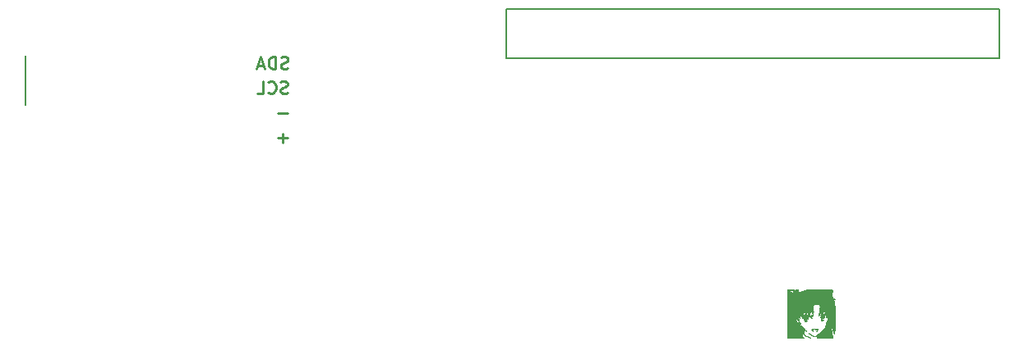
<source format=gbr>
G04 #@! TF.GenerationSoftware,KiCad,Pcbnew,(5.1.4)-1*
G04 #@! TF.CreationDate,2021-01-10T04:06:40-06:00*
G04 #@! TF.ProjectId,Navboard_hardware,4e617662-6f61-4726-945f-686172647761,rev?*
G04 #@! TF.SameCoordinates,Original*
G04 #@! TF.FileFunction,Legend,Bot*
G04 #@! TF.FilePolarity,Positive*
%FSLAX46Y46*%
G04 Gerber Fmt 4.6, Leading zero omitted, Abs format (unit mm)*
G04 Created by KiCad (PCBNEW (5.1.4)-1) date 2021-01-10 04:06:40*
%MOMM*%
%LPD*%
G04 APERTURE LIST*
%ADD10C,0.254000*%
%ADD11C,0.010000*%
%ADD12C,0.150000*%
G04 APERTURE END LIST*
D10*
X105809142Y-44456047D02*
X105627714Y-44516523D01*
X105325333Y-44516523D01*
X105204380Y-44456047D01*
X105143904Y-44395571D01*
X105083428Y-44274619D01*
X105083428Y-44153666D01*
X105143904Y-44032714D01*
X105204380Y-43972238D01*
X105325333Y-43911761D01*
X105567238Y-43851285D01*
X105688190Y-43790809D01*
X105748666Y-43730333D01*
X105809142Y-43609380D01*
X105809142Y-43488428D01*
X105748666Y-43367476D01*
X105688190Y-43307000D01*
X105567238Y-43246523D01*
X105264857Y-43246523D01*
X105083428Y-43307000D01*
X104539142Y-44516523D02*
X104539142Y-43246523D01*
X104236761Y-43246523D01*
X104055333Y-43307000D01*
X103934380Y-43427952D01*
X103873904Y-43548904D01*
X103813428Y-43790809D01*
X103813428Y-43972238D01*
X103873904Y-44214142D01*
X103934380Y-44335095D01*
X104055333Y-44456047D01*
X104236761Y-44516523D01*
X104539142Y-44516523D01*
X103329619Y-44153666D02*
X102724857Y-44153666D01*
X103450571Y-44516523D02*
X103027238Y-43246523D01*
X102603904Y-44516523D01*
X105778904Y-46996047D02*
X105597476Y-47056523D01*
X105295095Y-47056523D01*
X105174142Y-46996047D01*
X105113666Y-46935571D01*
X105053190Y-46814619D01*
X105053190Y-46693666D01*
X105113666Y-46572714D01*
X105174142Y-46512238D01*
X105295095Y-46451761D01*
X105537000Y-46391285D01*
X105657952Y-46330809D01*
X105718428Y-46270333D01*
X105778904Y-46149380D01*
X105778904Y-46028428D01*
X105718428Y-45907476D01*
X105657952Y-45847000D01*
X105537000Y-45786523D01*
X105234619Y-45786523D01*
X105053190Y-45847000D01*
X103783190Y-46935571D02*
X103843666Y-46996047D01*
X104025095Y-47056523D01*
X104146047Y-47056523D01*
X104327476Y-46996047D01*
X104448428Y-46875095D01*
X104508904Y-46754142D01*
X104569380Y-46512238D01*
X104569380Y-46330809D01*
X104508904Y-46088904D01*
X104448428Y-45967952D01*
X104327476Y-45847000D01*
X104146047Y-45786523D01*
X104025095Y-45786523D01*
X103843666Y-45847000D01*
X103783190Y-45907476D01*
X102634142Y-47056523D02*
X103238904Y-47056523D01*
X103238904Y-45786523D01*
X105766809Y-49112714D02*
X104799190Y-49112714D01*
X105766809Y-51652714D02*
X104799190Y-51652714D01*
X105283000Y-52136523D02*
X105283000Y-51168904D01*
D11*
G36*
X161103008Y-69267488D02*
G01*
X161100857Y-69269452D01*
X161079863Y-69316225D01*
X161081472Y-69345652D01*
X161092246Y-69371388D01*
X161096554Y-69363127D01*
X161107141Y-69314832D01*
X161115939Y-69286927D01*
X161122548Y-69256460D01*
X161103008Y-69267488D01*
X161103008Y-69267488D01*
G37*
X161103008Y-69267488D02*
X161100857Y-69269452D01*
X161079863Y-69316225D01*
X161081472Y-69345652D01*
X161092246Y-69371388D01*
X161096554Y-69363127D01*
X161107141Y-69314832D01*
X161115939Y-69286927D01*
X161122548Y-69256460D01*
X161103008Y-69267488D01*
G36*
X161099500Y-69418200D02*
G01*
X161112200Y-69430900D01*
X161124900Y-69418200D01*
X161112200Y-69405500D01*
X161099500Y-69418200D01*
X161099500Y-69418200D01*
G37*
X161099500Y-69418200D02*
X161112200Y-69430900D01*
X161124900Y-69418200D01*
X161112200Y-69405500D01*
X161099500Y-69418200D01*
G36*
X161353500Y-69646800D02*
G01*
X161366200Y-69659500D01*
X161378900Y-69646800D01*
X161366200Y-69634100D01*
X161353500Y-69646800D01*
X161353500Y-69646800D01*
G37*
X161353500Y-69646800D02*
X161366200Y-69659500D01*
X161378900Y-69646800D01*
X161366200Y-69634100D01*
X161353500Y-69646800D01*
G36*
X161328100Y-69697600D02*
G01*
X161340800Y-69710300D01*
X161353500Y-69697600D01*
X161340800Y-69684900D01*
X161328100Y-69697600D01*
X161328100Y-69697600D01*
G37*
X161328100Y-69697600D02*
X161340800Y-69710300D01*
X161353500Y-69697600D01*
X161340800Y-69684900D01*
X161328100Y-69697600D01*
G36*
X161328100Y-69748400D02*
G01*
X161340800Y-69761100D01*
X161353500Y-69748400D01*
X161340800Y-69735700D01*
X161328100Y-69748400D01*
X161328100Y-69748400D01*
G37*
X161328100Y-69748400D02*
X161340800Y-69761100D01*
X161353500Y-69748400D01*
X161340800Y-69735700D01*
X161328100Y-69748400D01*
G36*
X158991300Y-69646800D02*
G01*
X159004000Y-69659500D01*
X159016700Y-69646800D01*
X159004000Y-69634100D01*
X158991300Y-69646800D01*
X158991300Y-69646800D01*
G37*
X158991300Y-69646800D02*
X159004000Y-69659500D01*
X159016700Y-69646800D01*
X159004000Y-69634100D01*
X158991300Y-69646800D01*
G36*
X161912300Y-67411600D02*
G01*
X161925000Y-67424300D01*
X161937700Y-67411600D01*
X161925000Y-67398900D01*
X161912300Y-67411600D01*
X161912300Y-67411600D01*
G37*
X161912300Y-67411600D02*
X161925000Y-67424300D01*
X161937700Y-67411600D01*
X161925000Y-67398900D01*
X161912300Y-67411600D01*
G36*
X161912300Y-67538600D02*
G01*
X161925000Y-67551300D01*
X161937700Y-67538600D01*
X161925000Y-67525900D01*
X161912300Y-67538600D01*
X161912300Y-67538600D01*
G37*
X161912300Y-67538600D02*
X161925000Y-67551300D01*
X161937700Y-67538600D01*
X161925000Y-67525900D01*
X161912300Y-67538600D01*
G36*
X159689800Y-69942470D02*
G01*
X159740600Y-69964300D01*
X159799941Y-69983096D01*
X159829500Y-69987525D01*
X159854783Y-69985203D01*
X159835933Y-69968497D01*
X159829500Y-69964300D01*
X159771831Y-69943820D01*
X159740600Y-69941074D01*
X159689800Y-69942470D01*
X159689800Y-69942470D01*
G37*
X159689800Y-69942470D02*
X159740600Y-69964300D01*
X159799941Y-69983096D01*
X159829500Y-69987525D01*
X159854783Y-69985203D01*
X159835933Y-69968497D01*
X159829500Y-69964300D01*
X159771831Y-69943820D01*
X159740600Y-69941074D01*
X159689800Y-69942470D01*
G36*
X159736367Y-70074366D02*
G01*
X159739854Y-70089466D01*
X159753300Y-70091300D01*
X159774208Y-70082006D01*
X159770234Y-70074366D01*
X159740090Y-70071326D01*
X159736367Y-70074366D01*
X159736367Y-70074366D01*
G37*
X159736367Y-70074366D02*
X159739854Y-70089466D01*
X159753300Y-70091300D01*
X159774208Y-70082006D01*
X159770234Y-70074366D01*
X159740090Y-70071326D01*
X159736367Y-70074366D01*
G36*
X160820100Y-70332600D02*
G01*
X160832800Y-70345300D01*
X160845500Y-70332600D01*
X160832800Y-70319900D01*
X160820100Y-70332600D01*
X160820100Y-70332600D01*
G37*
X160820100Y-70332600D02*
X160832800Y-70345300D01*
X160845500Y-70332600D01*
X160832800Y-70319900D01*
X160820100Y-70332600D01*
G36*
X159050567Y-70379166D02*
G01*
X159047527Y-70409310D01*
X159050567Y-70413033D01*
X159065667Y-70409546D01*
X159067500Y-70396100D01*
X159058207Y-70375192D01*
X159050567Y-70379166D01*
X159050567Y-70379166D01*
G37*
X159050567Y-70379166D02*
X159047527Y-70409310D01*
X159050567Y-70413033D01*
X159065667Y-70409546D01*
X159067500Y-70396100D01*
X159058207Y-70375192D01*
X159050567Y-70379166D01*
G36*
X158251827Y-70228883D02*
G01*
X158217538Y-70283155D01*
X158204465Y-70323906D01*
X158217500Y-70330292D01*
X158248676Y-70301082D01*
X158253894Y-70294500D01*
X158293064Y-70253463D01*
X158322390Y-70252634D01*
X158333920Y-70262061D01*
X158352236Y-70299347D01*
X158337119Y-70354474D01*
X158335987Y-70356979D01*
X158320944Y-70441979D01*
X158329986Y-70478318D01*
X158345747Y-70512517D01*
X158352534Y-70504098D01*
X158354690Y-70454749D01*
X158364019Y-70384117D01*
X158384348Y-70356076D01*
X158409778Y-70365310D01*
X158434407Y-70406504D01*
X158452336Y-70474342D01*
X158457900Y-70547723D01*
X158468710Y-70633756D01*
X158495300Y-70710705D01*
X158501062Y-70720843D01*
X158544224Y-70789800D01*
X158475762Y-70728316D01*
X158420926Y-70686958D01*
X158395385Y-70681422D01*
X158404682Y-70707292D01*
X158445759Y-70752224D01*
X158497177Y-70791004D01*
X158548452Y-70815998D01*
X158587019Y-70823502D01*
X158600313Y-70809809D01*
X158594982Y-70796226D01*
X158568082Y-70753684D01*
X158529072Y-70695780D01*
X158528728Y-70695282D01*
X158490770Y-70599119D01*
X158486658Y-70514628D01*
X158485130Y-70443311D01*
X158466505Y-70384802D01*
X158422831Y-70318982D01*
X158396092Y-70285523D01*
X158299754Y-70167954D01*
X158251827Y-70228883D01*
X158251827Y-70228883D01*
G37*
X158251827Y-70228883D02*
X158217538Y-70283155D01*
X158204465Y-70323906D01*
X158217500Y-70330292D01*
X158248676Y-70301082D01*
X158253894Y-70294500D01*
X158293064Y-70253463D01*
X158322390Y-70252634D01*
X158333920Y-70262061D01*
X158352236Y-70299347D01*
X158337119Y-70354474D01*
X158335987Y-70356979D01*
X158320944Y-70441979D01*
X158329986Y-70478318D01*
X158345747Y-70512517D01*
X158352534Y-70504098D01*
X158354690Y-70454749D01*
X158364019Y-70384117D01*
X158384348Y-70356076D01*
X158409778Y-70365310D01*
X158434407Y-70406504D01*
X158452336Y-70474342D01*
X158457900Y-70547723D01*
X158468710Y-70633756D01*
X158495300Y-70710705D01*
X158501062Y-70720843D01*
X158544224Y-70789800D01*
X158475762Y-70728316D01*
X158420926Y-70686958D01*
X158395385Y-70681422D01*
X158404682Y-70707292D01*
X158445759Y-70752224D01*
X158497177Y-70791004D01*
X158548452Y-70815998D01*
X158587019Y-70823502D01*
X158600313Y-70809809D01*
X158594982Y-70796226D01*
X158568082Y-70753684D01*
X158529072Y-70695780D01*
X158528728Y-70695282D01*
X158490770Y-70599119D01*
X158486658Y-70514628D01*
X158485130Y-70443311D01*
X158466505Y-70384802D01*
X158422831Y-70318982D01*
X158396092Y-70285523D01*
X158299754Y-70167954D01*
X158251827Y-70228883D01*
G36*
X160134300Y-71399400D02*
G01*
X160147000Y-71412100D01*
X160159700Y-71399400D01*
X160147000Y-71386700D01*
X160134300Y-71399400D01*
X160134300Y-71399400D01*
G37*
X160134300Y-71399400D02*
X160147000Y-71412100D01*
X160159700Y-71399400D01*
X160147000Y-71386700D01*
X160134300Y-71399400D01*
G36*
X160210500Y-71399400D02*
G01*
X160223200Y-71412100D01*
X160235900Y-71399400D01*
X160223200Y-71386700D01*
X160210500Y-71399400D01*
X160210500Y-71399400D01*
G37*
X160210500Y-71399400D02*
X160223200Y-71412100D01*
X160235900Y-71399400D01*
X160223200Y-71386700D01*
X160210500Y-71399400D01*
G36*
X159880300Y-71450200D02*
G01*
X159893000Y-71462900D01*
X159905700Y-71450200D01*
X159893000Y-71437500D01*
X159880300Y-71450200D01*
X159880300Y-71450200D01*
G37*
X159880300Y-71450200D02*
X159893000Y-71462900D01*
X159905700Y-71450200D01*
X159893000Y-71437500D01*
X159880300Y-71450200D01*
G36*
X160261300Y-71475600D02*
G01*
X160274000Y-71488300D01*
X160286700Y-71475600D01*
X160274000Y-71462900D01*
X160261300Y-71475600D01*
X160261300Y-71475600D01*
G37*
X160261300Y-71475600D02*
X160274000Y-71488300D01*
X160286700Y-71475600D01*
X160274000Y-71462900D01*
X160261300Y-71475600D01*
G36*
X160027163Y-71330651D02*
G01*
X159932483Y-71347828D01*
X159847735Y-71369609D01*
X159790384Y-71392621D01*
X159780357Y-71400000D01*
X159757663Y-71433112D01*
X159764964Y-71473189D01*
X159779352Y-71502217D01*
X159823352Y-71561052D01*
X159866595Y-71596025D01*
X159901700Y-71612407D01*
X159897877Y-71599294D01*
X159884464Y-71582471D01*
X159863704Y-71538236D01*
X159866733Y-71515103D01*
X159863950Y-71499443D01*
X159843520Y-71504008D01*
X159810082Y-71505913D01*
X159811682Y-71476002D01*
X159840767Y-71429360D01*
X159856924Y-71419380D01*
X159825406Y-71419380D01*
X159819226Y-71433575D01*
X159793651Y-71460843D01*
X159778948Y-71455249D01*
X159778700Y-71451699D01*
X159796742Y-71430215D01*
X159808025Y-71422374D01*
X159825406Y-71419380D01*
X159856924Y-71419380D01*
X159879450Y-71405467D01*
X159948090Y-71385227D01*
X160032955Y-71370106D01*
X160120312Y-71361567D01*
X160196430Y-71361074D01*
X160247575Y-71370090D01*
X160261300Y-71384532D01*
X160274988Y-71404098D01*
X160284039Y-71401044D01*
X160311298Y-71407307D01*
X160320223Y-71422029D01*
X160315392Y-71469053D01*
X160281954Y-71531602D01*
X160230028Y-71592327D01*
X160211666Y-71608142D01*
X160189125Y-71633167D01*
X160194439Y-71639892D01*
X160223267Y-71623718D01*
X160274045Y-71581237D01*
X160315089Y-71542088D01*
X160384168Y-71464290D01*
X160410272Y-71409301D01*
X160393473Y-71372956D01*
X160333845Y-71351089D01*
X160318450Y-71348350D01*
X160242419Y-71335647D01*
X160181841Y-71324652D01*
X160176463Y-71323579D01*
X160114311Y-71321444D01*
X160027163Y-71330651D01*
X160027163Y-71330651D01*
G37*
X160027163Y-71330651D02*
X159932483Y-71347828D01*
X159847735Y-71369609D01*
X159790384Y-71392621D01*
X159780357Y-71400000D01*
X159757663Y-71433112D01*
X159764964Y-71473189D01*
X159779352Y-71502217D01*
X159823352Y-71561052D01*
X159866595Y-71596025D01*
X159901700Y-71612407D01*
X159897877Y-71599294D01*
X159884464Y-71582471D01*
X159863704Y-71538236D01*
X159866733Y-71515103D01*
X159863950Y-71499443D01*
X159843520Y-71504008D01*
X159810082Y-71505913D01*
X159811682Y-71476002D01*
X159840767Y-71429360D01*
X159856924Y-71419380D01*
X159825406Y-71419380D01*
X159819226Y-71433575D01*
X159793651Y-71460843D01*
X159778948Y-71455249D01*
X159778700Y-71451699D01*
X159796742Y-71430215D01*
X159808025Y-71422374D01*
X159825406Y-71419380D01*
X159856924Y-71419380D01*
X159879450Y-71405467D01*
X159948090Y-71385227D01*
X160032955Y-71370106D01*
X160120312Y-71361567D01*
X160196430Y-71361074D01*
X160247575Y-71370090D01*
X160261300Y-71384532D01*
X160274988Y-71404098D01*
X160284039Y-71401044D01*
X160311298Y-71407307D01*
X160320223Y-71422029D01*
X160315392Y-71469053D01*
X160281954Y-71531602D01*
X160230028Y-71592327D01*
X160211666Y-71608142D01*
X160189125Y-71633167D01*
X160194439Y-71639892D01*
X160223267Y-71623718D01*
X160274045Y-71581237D01*
X160315089Y-71542088D01*
X160384168Y-71464290D01*
X160410272Y-71409301D01*
X160393473Y-71372956D01*
X160333845Y-71351089D01*
X160318450Y-71348350D01*
X160242419Y-71335647D01*
X160181841Y-71324652D01*
X160176463Y-71323579D01*
X160114311Y-71321444D01*
X160027163Y-71330651D01*
G36*
X160422425Y-72096632D02*
G01*
X160414176Y-72150289D01*
X160413700Y-72172600D01*
X160415386Y-72243076D01*
X160422726Y-72271514D01*
X160439145Y-72266631D01*
X160447567Y-72258766D01*
X160461987Y-72218675D01*
X160463191Y-72158688D01*
X160452452Y-72104879D01*
X160439100Y-72085200D01*
X160422425Y-72096632D01*
X160422425Y-72096632D01*
G37*
X160422425Y-72096632D02*
X160414176Y-72150289D01*
X160413700Y-72172600D01*
X160415386Y-72243076D01*
X160422726Y-72271514D01*
X160439145Y-72266631D01*
X160447567Y-72258766D01*
X160461987Y-72218675D01*
X160463191Y-72158688D01*
X160452452Y-72104879D01*
X160439100Y-72085200D01*
X160422425Y-72096632D01*
G36*
X160089528Y-67323043D02*
G01*
X159801626Y-67324096D01*
X159560868Y-67325894D01*
X159365429Y-67328473D01*
X159213483Y-67331868D01*
X159103205Y-67336113D01*
X159032768Y-67341244D01*
X159000348Y-67347296D01*
X158997650Y-67350235D01*
X158978501Y-67370980D01*
X158921951Y-67402420D01*
X158838703Y-67438913D01*
X158804151Y-67452242D01*
X158701047Y-67493543D01*
X158608139Y-67535797D01*
X158542499Y-67571128D01*
X158533530Y-67577106D01*
X158482925Y-67611062D01*
X158453030Y-67627271D01*
X158451651Y-67627500D01*
X158439159Y-67605263D01*
X158417588Y-67547277D01*
X158394400Y-67475100D01*
X158348257Y-67322700D01*
X158190277Y-67322700D01*
X158098964Y-67325392D01*
X158043307Y-67336357D01*
X158008315Y-67359923D01*
X157992431Y-67379849D01*
X157952565Y-67437000D01*
X157951233Y-67379850D01*
X157949096Y-67357264D01*
X157938674Y-67341584D01*
X157912101Y-67331549D01*
X157861510Y-67325900D01*
X157779034Y-67323377D01*
X157656805Y-67322721D01*
X157594300Y-67322700D01*
X157238700Y-67322700D01*
X157238700Y-67672190D01*
X157239233Y-67812662D01*
X157241600Y-67910973D01*
X157246961Y-67975757D01*
X157256470Y-68015649D01*
X157271287Y-68039282D01*
X157289809Y-68053597D01*
X157340917Y-68085515D01*
X157289809Y-68185695D01*
X157280449Y-68205211D01*
X157272307Y-68226885D01*
X157265298Y-68254195D01*
X157259338Y-68290620D01*
X157254341Y-68339640D01*
X157250223Y-68404734D01*
X157246899Y-68489380D01*
X157244284Y-68597058D01*
X157242293Y-68731246D01*
X157240841Y-68895423D01*
X157239844Y-69093070D01*
X157239216Y-69327663D01*
X157238873Y-69602684D01*
X157238729Y-69921609D01*
X157238700Y-70280788D01*
X157238700Y-72275700D01*
X158978600Y-72273454D01*
X158882068Y-72222512D01*
X158818680Y-72182511D01*
X158777093Y-72144188D01*
X158771212Y-72134243D01*
X158762616Y-72072233D01*
X158767276Y-71982698D01*
X158782205Y-71883566D01*
X158804413Y-71792767D01*
X158830910Y-71728230D01*
X158841165Y-71714635D01*
X158888944Y-71674535D01*
X158915671Y-71676502D01*
X158926607Y-71723759D01*
X158927800Y-71767700D01*
X158923573Y-71831339D01*
X158913012Y-71866719D01*
X158908750Y-71869300D01*
X158894296Y-71847573D01*
X158889700Y-71807299D01*
X158880335Y-71753517D01*
X158864300Y-71729600D01*
X158845747Y-71738896D01*
X158838900Y-71782833D01*
X158863960Y-71861816D01*
X158938383Y-71945446D01*
X159061038Y-72032815D01*
X159230794Y-72123017D01*
X159305987Y-72157222D01*
X159417087Y-72204193D01*
X159514206Y-72242154D01*
X159586231Y-72266955D01*
X159620459Y-72274596D01*
X159618924Y-72265485D01*
X159577994Y-72242005D01*
X159505555Y-72208366D01*
X159461200Y-72189555D01*
X159343108Y-72137341D01*
X159220771Y-72077757D01*
X159118719Y-72022808D01*
X159109759Y-72017546D01*
X158961517Y-71929474D01*
X158957359Y-71646217D01*
X158953200Y-71362961D01*
X159073850Y-71481825D01*
X159133996Y-71537699D01*
X159177226Y-71571404D01*
X159194478Y-71575912D01*
X159194500Y-71575450D01*
X159177481Y-71547220D01*
X159132117Y-71493856D01*
X159066948Y-71425154D01*
X159040335Y-71398604D01*
X158954143Y-71309704D01*
X158869612Y-71215655D01*
X158803484Y-71135171D01*
X158797421Y-71127098D01*
X158714277Y-71034874D01*
X158631537Y-70986275D01*
X158619591Y-70982599D01*
X158528213Y-70940423D01*
X158425485Y-70867145D01*
X158325605Y-70775574D01*
X158242772Y-70678516D01*
X158196042Y-70600531D01*
X158165604Y-70504574D01*
X158149759Y-70395538D01*
X158147597Y-70284543D01*
X158158205Y-70182709D01*
X158180674Y-70101155D01*
X158214091Y-70051000D01*
X158241939Y-70040500D01*
X158280878Y-70056783D01*
X158340827Y-70098889D01*
X158391459Y-70142100D01*
X158453013Y-70196500D01*
X158499586Y-70233371D01*
X158517891Y-70243700D01*
X158531940Y-70222755D01*
X158533710Y-70173812D01*
X158524920Y-70117702D01*
X158507293Y-70075258D01*
X158503621Y-70070980D01*
X158485949Y-70045811D01*
X158503621Y-70040500D01*
X158532207Y-70057108D01*
X158534100Y-70065900D01*
X158553429Y-70090561D01*
X158559500Y-70091300D01*
X158572926Y-70068084D01*
X158582064Y-70007078D01*
X158584900Y-69933820D01*
X158587974Y-69846498D01*
X158598230Y-69807510D01*
X158617222Y-69817070D01*
X158646503Y-69875391D01*
X158674228Y-69946079D01*
X158713398Y-70037624D01*
X158744607Y-70079647D01*
X158768457Y-70072699D01*
X158780073Y-70043055D01*
X158811195Y-69999738D01*
X158860913Y-69989794D01*
X158927800Y-69989889D01*
X158848022Y-70038536D01*
X158779543Y-70085905D01*
X158754910Y-70125725D01*
X158771697Y-70171413D01*
X158814731Y-70222736D01*
X158862096Y-70272854D01*
X158882454Y-70287583D01*
X158883119Y-70268981D01*
X158876489Y-70240120D01*
X158873298Y-70183310D01*
X158887642Y-70156071D01*
X158907225Y-70164887D01*
X158915012Y-70220378D01*
X158915100Y-70229777D01*
X158929025Y-70321202D01*
X158964985Y-70423123D01*
X159014264Y-70516203D01*
X159068142Y-70581102D01*
X159076313Y-70587373D01*
X159119515Y-70607860D01*
X159171965Y-70621326D01*
X159217843Y-70625769D01*
X159241331Y-70619181D01*
X159236778Y-70607711D01*
X159238230Y-70578512D01*
X159259600Y-70546732D01*
X159282004Y-70506993D01*
X159275233Y-70487801D01*
X159241530Y-70492017D01*
X159219668Y-70510679D01*
X159165216Y-70545817D01*
X159105600Y-70533791D01*
X159048603Y-70476558D01*
X159041822Y-70465950D01*
X159003677Y-70398426D01*
X158994807Y-70364236D01*
X159014768Y-70355512D01*
X159035750Y-70358304D01*
X159093555Y-70366949D01*
X159113450Y-70368756D01*
X159135990Y-70382567D01*
X159133617Y-70391866D01*
X159140939Y-70410749D01*
X159155096Y-70413033D01*
X159179320Y-70395879D01*
X159177647Y-70381735D01*
X159179792Y-70344181D01*
X159214368Y-70331190D01*
X159267570Y-70346280D01*
X159282418Y-70355020D01*
X159321411Y-70377492D01*
X159341600Y-70370858D01*
X159354043Y-70326421D01*
X159359641Y-70294261D01*
X159366432Y-70205758D01*
X159360611Y-70122129D01*
X159358987Y-70113908D01*
X159341396Y-70033813D01*
X159439398Y-70051960D01*
X159512936Y-70077411D01*
X159602545Y-70124647D01*
X159669661Y-70169603D01*
X159756122Y-70231996D01*
X159806019Y-70261902D01*
X159818707Y-70259314D01*
X159793542Y-70224225D01*
X159743426Y-70170393D01*
X159687383Y-70106101D01*
X159672134Y-70069360D01*
X159681121Y-70060242D01*
X159681746Y-70046560D01*
X159642990Y-70025700D01*
X159618967Y-70016954D01*
X159554471Y-69988445D01*
X159533280Y-69957224D01*
X159534090Y-69951051D01*
X159469484Y-69951051D01*
X159452542Y-69961244D01*
X159400666Y-69956707D01*
X159369773Y-69951864D01*
X159297312Y-69936816D01*
X159247135Y-69920464D01*
X159237830Y-69914845D01*
X159234195Y-69891633D01*
X159170672Y-69891633D01*
X159167844Y-69932176D01*
X159143266Y-69930010D01*
X159109229Y-69900800D01*
X159066480Y-69867374D01*
X159045990Y-69870177D01*
X159050772Y-69899461D01*
X159047684Y-69923308D01*
X159009646Y-69937256D01*
X158945540Y-69943911D01*
X158874037Y-69947971D01*
X158827894Y-69949556D01*
X158819559Y-69949191D01*
X158825860Y-69926698D01*
X158848531Y-69869232D01*
X158883047Y-69788126D01*
X158892205Y-69767272D01*
X158948887Y-69654053D01*
X158997460Y-69589795D01*
X159023905Y-69574056D01*
X159086617Y-69570516D01*
X159115459Y-69603503D01*
X159118300Y-69630063D01*
X159124466Y-69678763D01*
X159140235Y-69755403D01*
X159152680Y-69806364D01*
X159170672Y-69891633D01*
X159234195Y-69891633D01*
X159232979Y-69883868D01*
X159235715Y-69818933D01*
X159244051Y-69735970D01*
X159256002Y-69650911D01*
X159269580Y-69579686D01*
X159282798Y-69538227D01*
X159285209Y-69534925D01*
X159308081Y-69536814D01*
X159337856Y-69583544D01*
X159375736Y-69677239D01*
X159391631Y-69723000D01*
X159421939Y-69811373D01*
X159448289Y-69885594D01*
X159462282Y-69922728D01*
X159469484Y-69951051D01*
X159534090Y-69951051D01*
X159535153Y-69942955D01*
X159546873Y-69898454D01*
X159566168Y-69820528D01*
X159589072Y-69725221D01*
X159591403Y-69715373D01*
X159614531Y-69621148D01*
X159633023Y-69566410D01*
X159653721Y-69541158D01*
X159683468Y-69535394D01*
X159713080Y-69537573D01*
X159756016Y-69545495D01*
X159784463Y-69566657D01*
X159806773Y-69612718D01*
X159831298Y-69695338D01*
X159834453Y-69707023D01*
X159864934Y-69812394D01*
X159886255Y-69868224D01*
X159898233Y-69874443D01*
X159900685Y-69830981D01*
X159893426Y-69737770D01*
X159892509Y-69728997D01*
X159883923Y-69638710D01*
X159883530Y-69588937D01*
X159893192Y-69569784D01*
X159914771Y-69571361D01*
X159921754Y-69573664D01*
X159953758Y-69583345D01*
X159945748Y-69572247D01*
X159920783Y-69552406D01*
X159897295Y-69528790D01*
X159886739Y-69501360D01*
X159769973Y-69501360D01*
X159738066Y-69501234D01*
X159706318Y-69484596D01*
X159686542Y-69461386D01*
X159688578Y-69452066D01*
X159092900Y-69452066D01*
X159076944Y-69497653D01*
X159051690Y-69507100D01*
X159024664Y-69501228D01*
X159035340Y-69475008D01*
X159044503Y-69462650D01*
X159074690Y-69422729D01*
X159085713Y-69407616D01*
X159091324Y-69420090D01*
X159092900Y-69452066D01*
X159688578Y-69452066D01*
X159693202Y-69430900D01*
X159321500Y-69430900D01*
X159312207Y-69451807D01*
X159304567Y-69447833D01*
X159301527Y-69417689D01*
X159304567Y-69413966D01*
X159319667Y-69417453D01*
X159321500Y-69430900D01*
X159693202Y-69430900D01*
X159694929Y-69422999D01*
X159711651Y-69389735D01*
X159738390Y-69344176D01*
X159749673Y-69341187D01*
X159752284Y-69371672D01*
X159760210Y-69436353D01*
X159768718Y-69466922D01*
X159769973Y-69501360D01*
X159886739Y-69501360D01*
X159884582Y-69495755D01*
X159881160Y-69441368D01*
X159885546Y-69353698D01*
X159889581Y-69301339D01*
X159903041Y-69139480D01*
X159914570Y-69021400D01*
X159925938Y-68940215D01*
X159938913Y-68889038D01*
X159955263Y-68860983D01*
X159976756Y-68849166D01*
X160005161Y-68846701D01*
X160006339Y-68846699D01*
X160063505Y-68840826D01*
X160092485Y-68829249D01*
X160138137Y-68810633D01*
X160201208Y-68808668D01*
X160250836Y-68824212D01*
X160251623Y-68824821D01*
X160305347Y-68840191D01*
X160374569Y-68828445D01*
X160407350Y-68812716D01*
X160435076Y-68808439D01*
X160439100Y-68818232D01*
X160460832Y-68835147D01*
X160507999Y-68838781D01*
X160549483Y-68840219D01*
X160573458Y-68860126D01*
X160588983Y-68910804D01*
X160597994Y-68961000D01*
X160609940Y-69104895D01*
X160606045Y-69283698D01*
X160587578Y-69484485D01*
X160555803Y-69694331D01*
X160511988Y-69900312D01*
X160502156Y-69938900D01*
X160496518Y-69976456D01*
X160511070Y-69968341D01*
X160545288Y-69915270D01*
X160598645Y-69817954D01*
X160616700Y-69783346D01*
X160674562Y-69682624D01*
X160718666Y-69630783D01*
X160749045Y-69627811D01*
X160765737Y-69673698D01*
X160769300Y-69737294D01*
X160763141Y-69825393D01*
X160743419Y-69870984D01*
X160731200Y-69878914D01*
X160697600Y-69903408D01*
X160693100Y-69915420D01*
X160712238Y-69926050D01*
X160737482Y-69920275D01*
X160764757Y-69912694D01*
X160763961Y-69927874D01*
X160734847Y-69974999D01*
X160710960Y-70017571D01*
X160711787Y-70031414D01*
X160715575Y-70029608D01*
X160732870Y-70030597D01*
X160728192Y-70051880D01*
X160706562Y-70086213D01*
X160696493Y-70091300D01*
X160672506Y-70110536D01*
X160645423Y-70148450D01*
X160625454Y-70184862D01*
X160633922Y-70183358D01*
X160644393Y-70173850D01*
X160684028Y-70145828D01*
X160707233Y-70157506D01*
X160717480Y-70213028D01*
X160718847Y-70262750D01*
X160724324Y-70379267D01*
X160742176Y-70454639D01*
X160775748Y-70497710D01*
X160813937Y-70514310D01*
X160871713Y-70514980D01*
X160918835Y-70475955D01*
X160923464Y-70469961D01*
X160954933Y-70418489D01*
X160952925Y-70397995D01*
X160920407Y-70413701D01*
X160900806Y-70430122D01*
X160841889Y-70467886D01*
X160796784Y-70458428D01*
X160770194Y-70423169D01*
X160748104Y-70370829D01*
X160756609Y-70334982D01*
X160802466Y-70300440D01*
X160832150Y-70283926D01*
X160894414Y-70255149D01*
X160933845Y-70253570D01*
X160961086Y-70270167D01*
X161003417Y-70287163D01*
X161030904Y-70255844D01*
X161043421Y-70176513D01*
X161042236Y-70072250D01*
X161033593Y-69913500D01*
X161143565Y-69913500D01*
X161216826Y-69918371D01*
X161256106Y-69937709D01*
X161274877Y-69970650D01*
X161282856Y-70040811D01*
X161273348Y-70088472D01*
X161258001Y-70144274D01*
X161265488Y-70159305D01*
X161289606Y-70134479D01*
X161319016Y-70081744D01*
X161351162Y-70023728D01*
X161377545Y-69991826D01*
X161382808Y-69989700D01*
X161392203Y-69970661D01*
X161386756Y-69948134D01*
X161385063Y-69917652D01*
X161406603Y-69918358D01*
X161434867Y-69953224D01*
X161446045Y-70028961D01*
X161441244Y-70139010D01*
X161421573Y-70276811D01*
X161388139Y-70435807D01*
X161342049Y-70609436D01*
X161284411Y-70791140D01*
X161237333Y-70920808D01*
X161181943Y-71054101D01*
X161121621Y-71172460D01*
X161050601Y-71282864D01*
X160963116Y-71392292D01*
X160853400Y-71507723D01*
X160715687Y-71636135D01*
X160544209Y-71784507D01*
X160477200Y-71840732D01*
X160351842Y-71945285D01*
X160258812Y-72021276D01*
X160191088Y-72072272D01*
X160141651Y-72101840D01*
X160103479Y-72113549D01*
X160069551Y-72110966D01*
X160032847Y-72097657D01*
X160000104Y-72083149D01*
X159925947Y-72047235D01*
X159827544Y-71995231D01*
X159724110Y-71937347D01*
X159706752Y-71927273D01*
X159607589Y-71870785D01*
X159538616Y-71834399D01*
X159503178Y-71819495D01*
X159504621Y-71827455D01*
X159546289Y-71859662D01*
X159550799Y-71862860D01*
X159648951Y-71925672D01*
X159792540Y-72007475D01*
X159957490Y-72095725D01*
X160047350Y-72138050D01*
X160112625Y-72150471D01*
X160171158Y-72131024D01*
X160240788Y-72077747D01*
X160257816Y-72062681D01*
X160317832Y-72009000D01*
X160299883Y-72142350D01*
X160290977Y-72229732D01*
X160292911Y-72269069D01*
X160303531Y-72261427D01*
X160320682Y-72207871D01*
X160339649Y-72122681D01*
X160358515Y-72040132D01*
X160377193Y-71979884D01*
X160389497Y-71957460D01*
X160416427Y-71967479D01*
X160457884Y-72009251D01*
X160504196Y-72069862D01*
X160545694Y-72136398D01*
X160572706Y-72195946D01*
X160575511Y-72205850D01*
X160592468Y-72275700D01*
X161943208Y-72275700D01*
X161925647Y-72205850D01*
X161895071Y-72072348D01*
X161865248Y-71920685D01*
X161837260Y-71759088D01*
X161812191Y-71595781D01*
X161791123Y-71438992D01*
X161775141Y-71296946D01*
X161765326Y-71177869D01*
X161762763Y-71089989D01*
X161768534Y-71041530D01*
X161771652Y-71036281D01*
X161783187Y-71044437D01*
X161785300Y-71064785D01*
X161794334Y-71101307D01*
X161818893Y-71174894D01*
X161855163Y-71275637D01*
X161899329Y-71393627D01*
X161947578Y-71518954D01*
X161996097Y-71641709D01*
X162041070Y-71751982D01*
X162078684Y-71839864D01*
X162104722Y-71894700D01*
X162111717Y-71901564D01*
X162117723Y-71892035D01*
X162122813Y-71862849D01*
X162127061Y-71810740D01*
X162130539Y-71732446D01*
X162133321Y-71624702D01*
X162135479Y-71484245D01*
X162137088Y-71307810D01*
X162138220Y-71092133D01*
X162138948Y-70833951D01*
X162139345Y-70529999D01*
X162139441Y-70357449D01*
X161474102Y-70357449D01*
X161470552Y-70405196D01*
X161470201Y-70408800D01*
X161458518Y-70481454D01*
X161439991Y-70552787D01*
X161419070Y-70610285D01*
X161400202Y-70641431D01*
X161388937Y-70637400D01*
X161391530Y-70601523D01*
X161407576Y-70533466D01*
X161429894Y-70459600D01*
X161456353Y-70381399D01*
X161470229Y-70348433D01*
X161474102Y-70357449D01*
X162139441Y-70357449D01*
X162139448Y-70345300D01*
X162139498Y-70017516D01*
X162139415Y-69888100D01*
X161439883Y-69888100D01*
X161414487Y-69880358D01*
X161393678Y-69872682D01*
X161358643Y-69841121D01*
X161353500Y-69821882D01*
X161332487Y-69792620D01*
X161305694Y-69786500D01*
X161276537Y-69782105D01*
X161276046Y-69780306D01*
X161175700Y-69780306D01*
X161022761Y-69837501D01*
X160941519Y-69870360D01*
X160881055Y-69899429D01*
X160856162Y-69916798D01*
X160826500Y-69938525D01*
X160822624Y-69938900D01*
X160823967Y-69918223D01*
X160844964Y-69863200D01*
X160881421Y-69784338D01*
X160895658Y-69755805D01*
X160943565Y-69664409D01*
X160979257Y-69609083D01*
X161012276Y-69579994D01*
X161052161Y-69567307D01*
X161082136Y-69563594D01*
X161175700Y-69554478D01*
X161175700Y-69780306D01*
X161276046Y-69780306D01*
X161270489Y-69759946D01*
X161285420Y-69706556D01*
X161290632Y-69691250D01*
X161323207Y-69620448D01*
X161354374Y-69600173D01*
X161383470Y-69630156D01*
X161409828Y-69710130D01*
X161416748Y-69742050D01*
X161431344Y-69819811D01*
X161439505Y-69872787D01*
X161439883Y-69888100D01*
X162139415Y-69888100D01*
X162139316Y-69736394D01*
X162138790Y-69497797D01*
X162138788Y-69497260D01*
X161370169Y-69497260D01*
X161366200Y-69507100D01*
X161343376Y-69531331D01*
X161339301Y-69532500D01*
X161328392Y-69512848D01*
X161328100Y-69507100D01*
X161334868Y-69498633D01*
X160768306Y-69498633D01*
X160760010Y-69557777D01*
X160738583Y-69589994D01*
X160737550Y-69590405D01*
X160707185Y-69597166D01*
X160701125Y-69580544D01*
X160718517Y-69531049D01*
X160729816Y-69504593D01*
X160767312Y-69418200D01*
X160768306Y-69498633D01*
X161334868Y-69498633D01*
X161338253Y-69494400D01*
X161154139Y-69494400D01*
X161074675Y-69497172D01*
X161019719Y-69491613D01*
X161005964Y-69471913D01*
X161006017Y-69471772D01*
X161016817Y-69433224D01*
X161033830Y-69361904D01*
X161049481Y-69291200D01*
X161073698Y-69192259D01*
X161095023Y-69131313D01*
X161111514Y-69111974D01*
X161121227Y-69137859D01*
X161122543Y-69155298D01*
X161126680Y-69214463D01*
X161134300Y-69300303D01*
X161139691Y-69354700D01*
X161154139Y-69494400D01*
X161338253Y-69494400D01*
X161347627Y-69482676D01*
X161355000Y-69481700D01*
X161370169Y-69497260D01*
X162138788Y-69497260D01*
X162137807Y-69297586D01*
X162136253Y-69131623D01*
X162134015Y-68995771D01*
X162130980Y-68885892D01*
X162127034Y-68797848D01*
X162122065Y-68727501D01*
X162115959Y-68670713D01*
X162108603Y-68623347D01*
X162099884Y-68581265D01*
X162090101Y-68541900D01*
X162062312Y-68434989D01*
X162047077Y-68367989D01*
X162044394Y-68331584D01*
X162054264Y-68316459D01*
X162076687Y-68313299D01*
X162090100Y-68313300D01*
X162133179Y-68300938D01*
X162136944Y-68269772D01*
X162104679Y-68228674D01*
X162044008Y-68188701D01*
X161949800Y-68115370D01*
X161900385Y-68035639D01*
X161864622Y-67965934D01*
X161830830Y-67915083D01*
X161821404Y-67905243D01*
X161803305Y-67876927D01*
X161810282Y-67831263D01*
X161825328Y-67791905D01*
X161844228Y-67719719D01*
X161855309Y-67631967D01*
X157845360Y-67631967D01*
X157840498Y-67666425D01*
X157816731Y-67677426D01*
X157791139Y-67678300D01*
X157733783Y-67659912D01*
X157674897Y-67600391D01*
X157659096Y-67578569D01*
X157597147Y-67507532D01*
X157525531Y-67450128D01*
X157503242Y-67437678D01*
X157447364Y-67408438D01*
X157417869Y-67387693D01*
X157416500Y-67385008D01*
X157439814Y-67379471D01*
X157501418Y-67375393D01*
X157588807Y-67373539D01*
X157604283Y-67373500D01*
X157705414Y-67374701D01*
X157767477Y-67384610D01*
X157802195Y-67412685D01*
X157821295Y-67468382D01*
X157836441Y-67560752D01*
X157845360Y-67631967D01*
X161855309Y-67631967D01*
X161857161Y-67617303D01*
X161861501Y-67514015D01*
X161861500Y-67322700D01*
X160426400Y-67322700D01*
X160089528Y-67323043D01*
X160089528Y-67323043D01*
G37*
X160089528Y-67323043D02*
X159801626Y-67324096D01*
X159560868Y-67325894D01*
X159365429Y-67328473D01*
X159213483Y-67331868D01*
X159103205Y-67336113D01*
X159032768Y-67341244D01*
X159000348Y-67347296D01*
X158997650Y-67350235D01*
X158978501Y-67370980D01*
X158921951Y-67402420D01*
X158838703Y-67438913D01*
X158804151Y-67452242D01*
X158701047Y-67493543D01*
X158608139Y-67535797D01*
X158542499Y-67571128D01*
X158533530Y-67577106D01*
X158482925Y-67611062D01*
X158453030Y-67627271D01*
X158451651Y-67627500D01*
X158439159Y-67605263D01*
X158417588Y-67547277D01*
X158394400Y-67475100D01*
X158348257Y-67322700D01*
X158190277Y-67322700D01*
X158098964Y-67325392D01*
X158043307Y-67336357D01*
X158008315Y-67359923D01*
X157992431Y-67379849D01*
X157952565Y-67437000D01*
X157951233Y-67379850D01*
X157949096Y-67357264D01*
X157938674Y-67341584D01*
X157912101Y-67331549D01*
X157861510Y-67325900D01*
X157779034Y-67323377D01*
X157656805Y-67322721D01*
X157594300Y-67322700D01*
X157238700Y-67322700D01*
X157238700Y-67672190D01*
X157239233Y-67812662D01*
X157241600Y-67910973D01*
X157246961Y-67975757D01*
X157256470Y-68015649D01*
X157271287Y-68039282D01*
X157289809Y-68053597D01*
X157340917Y-68085515D01*
X157289809Y-68185695D01*
X157280449Y-68205211D01*
X157272307Y-68226885D01*
X157265298Y-68254195D01*
X157259338Y-68290620D01*
X157254341Y-68339640D01*
X157250223Y-68404734D01*
X157246899Y-68489380D01*
X157244284Y-68597058D01*
X157242293Y-68731246D01*
X157240841Y-68895423D01*
X157239844Y-69093070D01*
X157239216Y-69327663D01*
X157238873Y-69602684D01*
X157238729Y-69921609D01*
X157238700Y-70280788D01*
X157238700Y-72275700D01*
X158978600Y-72273454D01*
X158882068Y-72222512D01*
X158818680Y-72182511D01*
X158777093Y-72144188D01*
X158771212Y-72134243D01*
X158762616Y-72072233D01*
X158767276Y-71982698D01*
X158782205Y-71883566D01*
X158804413Y-71792767D01*
X158830910Y-71728230D01*
X158841165Y-71714635D01*
X158888944Y-71674535D01*
X158915671Y-71676502D01*
X158926607Y-71723759D01*
X158927800Y-71767700D01*
X158923573Y-71831339D01*
X158913012Y-71866719D01*
X158908750Y-71869300D01*
X158894296Y-71847573D01*
X158889700Y-71807299D01*
X158880335Y-71753517D01*
X158864300Y-71729600D01*
X158845747Y-71738896D01*
X158838900Y-71782833D01*
X158863960Y-71861816D01*
X158938383Y-71945446D01*
X159061038Y-72032815D01*
X159230794Y-72123017D01*
X159305987Y-72157222D01*
X159417087Y-72204193D01*
X159514206Y-72242154D01*
X159586231Y-72266955D01*
X159620459Y-72274596D01*
X159618924Y-72265485D01*
X159577994Y-72242005D01*
X159505555Y-72208366D01*
X159461200Y-72189555D01*
X159343108Y-72137341D01*
X159220771Y-72077757D01*
X159118719Y-72022808D01*
X159109759Y-72017546D01*
X158961517Y-71929474D01*
X158957359Y-71646217D01*
X158953200Y-71362961D01*
X159073850Y-71481825D01*
X159133996Y-71537699D01*
X159177226Y-71571404D01*
X159194478Y-71575912D01*
X159194500Y-71575450D01*
X159177481Y-71547220D01*
X159132117Y-71493856D01*
X159066948Y-71425154D01*
X159040335Y-71398604D01*
X158954143Y-71309704D01*
X158869612Y-71215655D01*
X158803484Y-71135171D01*
X158797421Y-71127098D01*
X158714277Y-71034874D01*
X158631537Y-70986275D01*
X158619591Y-70982599D01*
X158528213Y-70940423D01*
X158425485Y-70867145D01*
X158325605Y-70775574D01*
X158242772Y-70678516D01*
X158196042Y-70600531D01*
X158165604Y-70504574D01*
X158149759Y-70395538D01*
X158147597Y-70284543D01*
X158158205Y-70182709D01*
X158180674Y-70101155D01*
X158214091Y-70051000D01*
X158241939Y-70040500D01*
X158280878Y-70056783D01*
X158340827Y-70098889D01*
X158391459Y-70142100D01*
X158453013Y-70196500D01*
X158499586Y-70233371D01*
X158517891Y-70243700D01*
X158531940Y-70222755D01*
X158533710Y-70173812D01*
X158524920Y-70117702D01*
X158507293Y-70075258D01*
X158503621Y-70070980D01*
X158485949Y-70045811D01*
X158503621Y-70040500D01*
X158532207Y-70057108D01*
X158534100Y-70065900D01*
X158553429Y-70090561D01*
X158559500Y-70091300D01*
X158572926Y-70068084D01*
X158582064Y-70007078D01*
X158584900Y-69933820D01*
X158587974Y-69846498D01*
X158598230Y-69807510D01*
X158617222Y-69817070D01*
X158646503Y-69875391D01*
X158674228Y-69946079D01*
X158713398Y-70037624D01*
X158744607Y-70079647D01*
X158768457Y-70072699D01*
X158780073Y-70043055D01*
X158811195Y-69999738D01*
X158860913Y-69989794D01*
X158927800Y-69989889D01*
X158848022Y-70038536D01*
X158779543Y-70085905D01*
X158754910Y-70125725D01*
X158771697Y-70171413D01*
X158814731Y-70222736D01*
X158862096Y-70272854D01*
X158882454Y-70287583D01*
X158883119Y-70268981D01*
X158876489Y-70240120D01*
X158873298Y-70183310D01*
X158887642Y-70156071D01*
X158907225Y-70164887D01*
X158915012Y-70220378D01*
X158915100Y-70229777D01*
X158929025Y-70321202D01*
X158964985Y-70423123D01*
X159014264Y-70516203D01*
X159068142Y-70581102D01*
X159076313Y-70587373D01*
X159119515Y-70607860D01*
X159171965Y-70621326D01*
X159217843Y-70625769D01*
X159241331Y-70619181D01*
X159236778Y-70607711D01*
X159238230Y-70578512D01*
X159259600Y-70546732D01*
X159282004Y-70506993D01*
X159275233Y-70487801D01*
X159241530Y-70492017D01*
X159219668Y-70510679D01*
X159165216Y-70545817D01*
X159105600Y-70533791D01*
X159048603Y-70476558D01*
X159041822Y-70465950D01*
X159003677Y-70398426D01*
X158994807Y-70364236D01*
X159014768Y-70355512D01*
X159035750Y-70358304D01*
X159093555Y-70366949D01*
X159113450Y-70368756D01*
X159135990Y-70382567D01*
X159133617Y-70391866D01*
X159140939Y-70410749D01*
X159155096Y-70413033D01*
X159179320Y-70395879D01*
X159177647Y-70381735D01*
X159179792Y-70344181D01*
X159214368Y-70331190D01*
X159267570Y-70346280D01*
X159282418Y-70355020D01*
X159321411Y-70377492D01*
X159341600Y-70370858D01*
X159354043Y-70326421D01*
X159359641Y-70294261D01*
X159366432Y-70205758D01*
X159360611Y-70122129D01*
X159358987Y-70113908D01*
X159341396Y-70033813D01*
X159439398Y-70051960D01*
X159512936Y-70077411D01*
X159602545Y-70124647D01*
X159669661Y-70169603D01*
X159756122Y-70231996D01*
X159806019Y-70261902D01*
X159818707Y-70259314D01*
X159793542Y-70224225D01*
X159743426Y-70170393D01*
X159687383Y-70106101D01*
X159672134Y-70069360D01*
X159681121Y-70060242D01*
X159681746Y-70046560D01*
X159642990Y-70025700D01*
X159618967Y-70016954D01*
X159554471Y-69988445D01*
X159533280Y-69957224D01*
X159534090Y-69951051D01*
X159469484Y-69951051D01*
X159452542Y-69961244D01*
X159400666Y-69956707D01*
X159369773Y-69951864D01*
X159297312Y-69936816D01*
X159247135Y-69920464D01*
X159237830Y-69914845D01*
X159234195Y-69891633D01*
X159170672Y-69891633D01*
X159167844Y-69932176D01*
X159143266Y-69930010D01*
X159109229Y-69900800D01*
X159066480Y-69867374D01*
X159045990Y-69870177D01*
X159050772Y-69899461D01*
X159047684Y-69923308D01*
X159009646Y-69937256D01*
X158945540Y-69943911D01*
X158874037Y-69947971D01*
X158827894Y-69949556D01*
X158819559Y-69949191D01*
X158825860Y-69926698D01*
X158848531Y-69869232D01*
X158883047Y-69788126D01*
X158892205Y-69767272D01*
X158948887Y-69654053D01*
X158997460Y-69589795D01*
X159023905Y-69574056D01*
X159086617Y-69570516D01*
X159115459Y-69603503D01*
X159118300Y-69630063D01*
X159124466Y-69678763D01*
X159140235Y-69755403D01*
X159152680Y-69806364D01*
X159170672Y-69891633D01*
X159234195Y-69891633D01*
X159232979Y-69883868D01*
X159235715Y-69818933D01*
X159244051Y-69735970D01*
X159256002Y-69650911D01*
X159269580Y-69579686D01*
X159282798Y-69538227D01*
X159285209Y-69534925D01*
X159308081Y-69536814D01*
X159337856Y-69583544D01*
X159375736Y-69677239D01*
X159391631Y-69723000D01*
X159421939Y-69811373D01*
X159448289Y-69885594D01*
X159462282Y-69922728D01*
X159469484Y-69951051D01*
X159534090Y-69951051D01*
X159535153Y-69942955D01*
X159546873Y-69898454D01*
X159566168Y-69820528D01*
X159589072Y-69725221D01*
X159591403Y-69715373D01*
X159614531Y-69621148D01*
X159633023Y-69566410D01*
X159653721Y-69541158D01*
X159683468Y-69535394D01*
X159713080Y-69537573D01*
X159756016Y-69545495D01*
X159784463Y-69566657D01*
X159806773Y-69612718D01*
X159831298Y-69695338D01*
X159834453Y-69707023D01*
X159864934Y-69812394D01*
X159886255Y-69868224D01*
X159898233Y-69874443D01*
X159900685Y-69830981D01*
X159893426Y-69737770D01*
X159892509Y-69728997D01*
X159883923Y-69638710D01*
X159883530Y-69588937D01*
X159893192Y-69569784D01*
X159914771Y-69571361D01*
X159921754Y-69573664D01*
X159953758Y-69583345D01*
X159945748Y-69572247D01*
X159920783Y-69552406D01*
X159897295Y-69528790D01*
X159886739Y-69501360D01*
X159769973Y-69501360D01*
X159738066Y-69501234D01*
X159706318Y-69484596D01*
X159686542Y-69461386D01*
X159688578Y-69452066D01*
X159092900Y-69452066D01*
X159076944Y-69497653D01*
X159051690Y-69507100D01*
X159024664Y-69501228D01*
X159035340Y-69475008D01*
X159044503Y-69462650D01*
X159074690Y-69422729D01*
X159085713Y-69407616D01*
X159091324Y-69420090D01*
X159092900Y-69452066D01*
X159688578Y-69452066D01*
X159693202Y-69430900D01*
X159321500Y-69430900D01*
X159312207Y-69451807D01*
X159304567Y-69447833D01*
X159301527Y-69417689D01*
X159304567Y-69413966D01*
X159319667Y-69417453D01*
X159321500Y-69430900D01*
X159693202Y-69430900D01*
X159694929Y-69422999D01*
X159711651Y-69389735D01*
X159738390Y-69344176D01*
X159749673Y-69341187D01*
X159752284Y-69371672D01*
X159760210Y-69436353D01*
X159768718Y-69466922D01*
X159769973Y-69501360D01*
X159886739Y-69501360D01*
X159884582Y-69495755D01*
X159881160Y-69441368D01*
X159885546Y-69353698D01*
X159889581Y-69301339D01*
X159903041Y-69139480D01*
X159914570Y-69021400D01*
X159925938Y-68940215D01*
X159938913Y-68889038D01*
X159955263Y-68860983D01*
X159976756Y-68849166D01*
X160005161Y-68846701D01*
X160006339Y-68846699D01*
X160063505Y-68840826D01*
X160092485Y-68829249D01*
X160138137Y-68810633D01*
X160201208Y-68808668D01*
X160250836Y-68824212D01*
X160251623Y-68824821D01*
X160305347Y-68840191D01*
X160374569Y-68828445D01*
X160407350Y-68812716D01*
X160435076Y-68808439D01*
X160439100Y-68818232D01*
X160460832Y-68835147D01*
X160507999Y-68838781D01*
X160549483Y-68840219D01*
X160573458Y-68860126D01*
X160588983Y-68910804D01*
X160597994Y-68961000D01*
X160609940Y-69104895D01*
X160606045Y-69283698D01*
X160587578Y-69484485D01*
X160555803Y-69694331D01*
X160511988Y-69900312D01*
X160502156Y-69938900D01*
X160496518Y-69976456D01*
X160511070Y-69968341D01*
X160545288Y-69915270D01*
X160598645Y-69817954D01*
X160616700Y-69783346D01*
X160674562Y-69682624D01*
X160718666Y-69630783D01*
X160749045Y-69627811D01*
X160765737Y-69673698D01*
X160769300Y-69737294D01*
X160763141Y-69825393D01*
X160743419Y-69870984D01*
X160731200Y-69878914D01*
X160697600Y-69903408D01*
X160693100Y-69915420D01*
X160712238Y-69926050D01*
X160737482Y-69920275D01*
X160764757Y-69912694D01*
X160763961Y-69927874D01*
X160734847Y-69974999D01*
X160710960Y-70017571D01*
X160711787Y-70031414D01*
X160715575Y-70029608D01*
X160732870Y-70030597D01*
X160728192Y-70051880D01*
X160706562Y-70086213D01*
X160696493Y-70091300D01*
X160672506Y-70110536D01*
X160645423Y-70148450D01*
X160625454Y-70184862D01*
X160633922Y-70183358D01*
X160644393Y-70173850D01*
X160684028Y-70145828D01*
X160707233Y-70157506D01*
X160717480Y-70213028D01*
X160718847Y-70262750D01*
X160724324Y-70379267D01*
X160742176Y-70454639D01*
X160775748Y-70497710D01*
X160813937Y-70514310D01*
X160871713Y-70514980D01*
X160918835Y-70475955D01*
X160923464Y-70469961D01*
X160954933Y-70418489D01*
X160952925Y-70397995D01*
X160920407Y-70413701D01*
X160900806Y-70430122D01*
X160841889Y-70467886D01*
X160796784Y-70458428D01*
X160770194Y-70423169D01*
X160748104Y-70370829D01*
X160756609Y-70334982D01*
X160802466Y-70300440D01*
X160832150Y-70283926D01*
X160894414Y-70255149D01*
X160933845Y-70253570D01*
X160961086Y-70270167D01*
X161003417Y-70287163D01*
X161030904Y-70255844D01*
X161043421Y-70176513D01*
X161042236Y-70072250D01*
X161033593Y-69913500D01*
X161143565Y-69913500D01*
X161216826Y-69918371D01*
X161256106Y-69937709D01*
X161274877Y-69970650D01*
X161282856Y-70040811D01*
X161273348Y-70088472D01*
X161258001Y-70144274D01*
X161265488Y-70159305D01*
X161289606Y-70134479D01*
X161319016Y-70081744D01*
X161351162Y-70023728D01*
X161377545Y-69991826D01*
X161382808Y-69989700D01*
X161392203Y-69970661D01*
X161386756Y-69948134D01*
X161385063Y-69917652D01*
X161406603Y-69918358D01*
X161434867Y-69953224D01*
X161446045Y-70028961D01*
X161441244Y-70139010D01*
X161421573Y-70276811D01*
X161388139Y-70435807D01*
X161342049Y-70609436D01*
X161284411Y-70791140D01*
X161237333Y-70920808D01*
X161181943Y-71054101D01*
X161121621Y-71172460D01*
X161050601Y-71282864D01*
X160963116Y-71392292D01*
X160853400Y-71507723D01*
X160715687Y-71636135D01*
X160544209Y-71784507D01*
X160477200Y-71840732D01*
X160351842Y-71945285D01*
X160258812Y-72021276D01*
X160191088Y-72072272D01*
X160141651Y-72101840D01*
X160103479Y-72113549D01*
X160069551Y-72110966D01*
X160032847Y-72097657D01*
X160000104Y-72083149D01*
X159925947Y-72047235D01*
X159827544Y-71995231D01*
X159724110Y-71937347D01*
X159706752Y-71927273D01*
X159607589Y-71870785D01*
X159538616Y-71834399D01*
X159503178Y-71819495D01*
X159504621Y-71827455D01*
X159546289Y-71859662D01*
X159550799Y-71862860D01*
X159648951Y-71925672D01*
X159792540Y-72007475D01*
X159957490Y-72095725D01*
X160047350Y-72138050D01*
X160112625Y-72150471D01*
X160171158Y-72131024D01*
X160240788Y-72077747D01*
X160257816Y-72062681D01*
X160317832Y-72009000D01*
X160299883Y-72142350D01*
X160290977Y-72229732D01*
X160292911Y-72269069D01*
X160303531Y-72261427D01*
X160320682Y-72207871D01*
X160339649Y-72122681D01*
X160358515Y-72040132D01*
X160377193Y-71979884D01*
X160389497Y-71957460D01*
X160416427Y-71967479D01*
X160457884Y-72009251D01*
X160504196Y-72069862D01*
X160545694Y-72136398D01*
X160572706Y-72195946D01*
X160575511Y-72205850D01*
X160592468Y-72275700D01*
X161943208Y-72275700D01*
X161925647Y-72205850D01*
X161895071Y-72072348D01*
X161865248Y-71920685D01*
X161837260Y-71759088D01*
X161812191Y-71595781D01*
X161791123Y-71438992D01*
X161775141Y-71296946D01*
X161765326Y-71177869D01*
X161762763Y-71089989D01*
X161768534Y-71041530D01*
X161771652Y-71036281D01*
X161783187Y-71044437D01*
X161785300Y-71064785D01*
X161794334Y-71101307D01*
X161818893Y-71174894D01*
X161855163Y-71275637D01*
X161899329Y-71393627D01*
X161947578Y-71518954D01*
X161996097Y-71641709D01*
X162041070Y-71751982D01*
X162078684Y-71839864D01*
X162104722Y-71894700D01*
X162111717Y-71901564D01*
X162117723Y-71892035D01*
X162122813Y-71862849D01*
X162127061Y-71810740D01*
X162130539Y-71732446D01*
X162133321Y-71624702D01*
X162135479Y-71484245D01*
X162137088Y-71307810D01*
X162138220Y-71092133D01*
X162138948Y-70833951D01*
X162139345Y-70529999D01*
X162139441Y-70357449D01*
X161474102Y-70357449D01*
X161470552Y-70405196D01*
X161470201Y-70408800D01*
X161458518Y-70481454D01*
X161439991Y-70552787D01*
X161419070Y-70610285D01*
X161400202Y-70641431D01*
X161388937Y-70637400D01*
X161391530Y-70601523D01*
X161407576Y-70533466D01*
X161429894Y-70459600D01*
X161456353Y-70381399D01*
X161470229Y-70348433D01*
X161474102Y-70357449D01*
X162139441Y-70357449D01*
X162139448Y-70345300D01*
X162139498Y-70017516D01*
X162139415Y-69888100D01*
X161439883Y-69888100D01*
X161414487Y-69880358D01*
X161393678Y-69872682D01*
X161358643Y-69841121D01*
X161353500Y-69821882D01*
X161332487Y-69792620D01*
X161305694Y-69786500D01*
X161276537Y-69782105D01*
X161276046Y-69780306D01*
X161175700Y-69780306D01*
X161022761Y-69837501D01*
X160941519Y-69870360D01*
X160881055Y-69899429D01*
X160856162Y-69916798D01*
X160826500Y-69938525D01*
X160822624Y-69938900D01*
X160823967Y-69918223D01*
X160844964Y-69863200D01*
X160881421Y-69784338D01*
X160895658Y-69755805D01*
X160943565Y-69664409D01*
X160979257Y-69609083D01*
X161012276Y-69579994D01*
X161052161Y-69567307D01*
X161082136Y-69563594D01*
X161175700Y-69554478D01*
X161175700Y-69780306D01*
X161276046Y-69780306D01*
X161270489Y-69759946D01*
X161285420Y-69706556D01*
X161290632Y-69691250D01*
X161323207Y-69620448D01*
X161354374Y-69600173D01*
X161383470Y-69630156D01*
X161409828Y-69710130D01*
X161416748Y-69742050D01*
X161431344Y-69819811D01*
X161439505Y-69872787D01*
X161439883Y-69888100D01*
X162139415Y-69888100D01*
X162139316Y-69736394D01*
X162138790Y-69497797D01*
X162138788Y-69497260D01*
X161370169Y-69497260D01*
X161366200Y-69507100D01*
X161343376Y-69531331D01*
X161339301Y-69532500D01*
X161328392Y-69512848D01*
X161328100Y-69507100D01*
X161334868Y-69498633D01*
X160768306Y-69498633D01*
X160760010Y-69557777D01*
X160738583Y-69589994D01*
X160737550Y-69590405D01*
X160707185Y-69597166D01*
X160701125Y-69580544D01*
X160718517Y-69531049D01*
X160729816Y-69504593D01*
X160767312Y-69418200D01*
X160768306Y-69498633D01*
X161334868Y-69498633D01*
X161338253Y-69494400D01*
X161154139Y-69494400D01*
X161074675Y-69497172D01*
X161019719Y-69491613D01*
X161005964Y-69471913D01*
X161006017Y-69471772D01*
X161016817Y-69433224D01*
X161033830Y-69361904D01*
X161049481Y-69291200D01*
X161073698Y-69192259D01*
X161095023Y-69131313D01*
X161111514Y-69111974D01*
X161121227Y-69137859D01*
X161122543Y-69155298D01*
X161126680Y-69214463D01*
X161134300Y-69300303D01*
X161139691Y-69354700D01*
X161154139Y-69494400D01*
X161338253Y-69494400D01*
X161347627Y-69482676D01*
X161355000Y-69481700D01*
X161370169Y-69497260D01*
X162138788Y-69497260D01*
X162137807Y-69297586D01*
X162136253Y-69131623D01*
X162134015Y-68995771D01*
X162130980Y-68885892D01*
X162127034Y-68797848D01*
X162122065Y-68727501D01*
X162115959Y-68670713D01*
X162108603Y-68623347D01*
X162099884Y-68581265D01*
X162090101Y-68541900D01*
X162062312Y-68434989D01*
X162047077Y-68367989D01*
X162044394Y-68331584D01*
X162054264Y-68316459D01*
X162076687Y-68313299D01*
X162090100Y-68313300D01*
X162133179Y-68300938D01*
X162136944Y-68269772D01*
X162104679Y-68228674D01*
X162044008Y-68188701D01*
X161949800Y-68115370D01*
X161900385Y-68035639D01*
X161864622Y-67965934D01*
X161830830Y-67915083D01*
X161821404Y-67905243D01*
X161803305Y-67876927D01*
X161810282Y-67831263D01*
X161825328Y-67791905D01*
X161844228Y-67719719D01*
X161855309Y-67631967D01*
X157845360Y-67631967D01*
X157840498Y-67666425D01*
X157816731Y-67677426D01*
X157791139Y-67678300D01*
X157733783Y-67659912D01*
X157674897Y-67600391D01*
X157659096Y-67578569D01*
X157597147Y-67507532D01*
X157525531Y-67450128D01*
X157503242Y-67437678D01*
X157447364Y-67408438D01*
X157417869Y-67387693D01*
X157416500Y-67385008D01*
X157439814Y-67379471D01*
X157501418Y-67375393D01*
X157588807Y-67373539D01*
X157604283Y-67373500D01*
X157705414Y-67374701D01*
X157767477Y-67384610D01*
X157802195Y-67412685D01*
X157821295Y-67468382D01*
X157836441Y-67560752D01*
X157845360Y-67631967D01*
X161855309Y-67631967D01*
X161857161Y-67617303D01*
X161861501Y-67514015D01*
X161861500Y-67322700D01*
X160426400Y-67322700D01*
X160089528Y-67323043D01*
D12*
X78742000Y-43134000D02*
X78742000Y-48214000D01*
X128272000Y-43388000D02*
X179072000Y-43388000D01*
X128272000Y-38308000D02*
X128272000Y-43388000D01*
X179072000Y-38308000D02*
X128272000Y-38308000D01*
X179072000Y-43388000D02*
X179072000Y-38308000D01*
M02*

</source>
